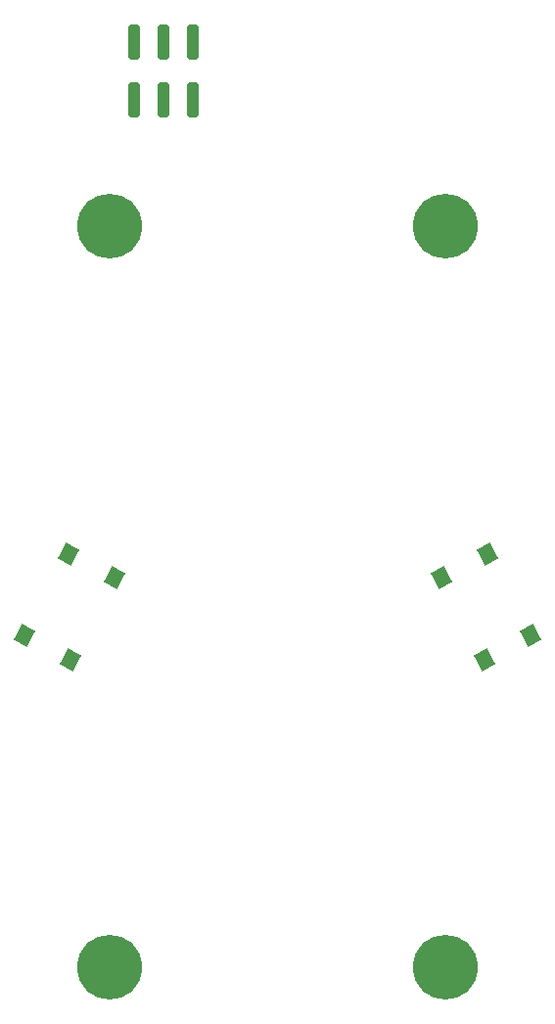
<source format=gbr>
%TF.GenerationSoftware,KiCad,Pcbnew,8.0.8*%
%TF.CreationDate,2025-01-21T23:36:11+01:00*%
%TF.ProjectId,mariposa,6d617269-706f-4736-912e-6b696361645f,2.0*%
%TF.SameCoordinates,Original*%
%TF.FileFunction,Paste,Top*%
%TF.FilePolarity,Positive*%
%FSLAX46Y46*%
G04 Gerber Fmt 4.6, Leading zero omitted, Abs format (unit mm)*
G04 Created by KiCad (PCBNEW 8.0.8) date 2025-01-21 23:36:11*
%MOMM*%
%LPD*%
G01*
G04 APERTURE LIST*
G04 Aperture macros list*
%AMRoundRect*
0 Rectangle with rounded corners*
0 $1 Rounding radius*
0 $2 $3 $4 $5 $6 $7 $8 $9 X,Y pos of 4 corners*
0 Add a 4 corners polygon primitive as box body*
4,1,4,$2,$3,$4,$5,$6,$7,$8,$9,$2,$3,0*
0 Add four circle primitives for the rounded corners*
1,1,$1+$1,$2,$3*
1,1,$1+$1,$4,$5*
1,1,$1+$1,$6,$7*
1,1,$1+$1,$8,$9*
0 Add four rect primitives between the rounded corners*
20,1,$1+$1,$2,$3,$4,$5,0*
20,1,$1+$1,$4,$5,$6,$7,0*
20,1,$1+$1,$6,$7,$8,$9,0*
20,1,$1+$1,$8,$9,$2,$3,0*%
%AMRotRect*
0 Rectangle, with rotation*
0 The origin of the aperture is its center*
0 $1 length*
0 $2 width*
0 $3 Rotation angle, in degrees counterclockwise*
0 Add horizontal line*
21,1,$1,$2,0,0,$3*%
G04 Aperture macros list end*
%ADD10C,5.600000*%
%ADD11RoundRect,0.250000X0.250000X-1.250000X0.250000X1.250000X-0.250000X1.250000X-0.250000X-1.250000X0*%
%ADD12RotRect,1.550000X1.300000X118.000000*%
%ADD13RotRect,1.550000X1.300000X62.000000*%
G04 APERTURE END LIST*
D10*
%TO.C,H2*%
X135500000Y-65925000D03*
%TD*%
D11*
%TO.C,J9*%
X137600000Y-49980000D03*
X137600000Y-55020000D03*
X140140000Y-49980000D03*
X140140000Y-55020000D03*
X142680000Y-49980000D03*
X142680000Y-55020000D03*
%TD*%
D10*
%TO.C,H4*%
X135500000Y-130000000D03*
%TD*%
D12*
%TO.C,SW3*%
X167881865Y-103370442D03*
X164144871Y-96342180D03*
X171855129Y-101257820D03*
X168118135Y-94229558D03*
%TD*%
D13*
%TO.C,SW1*%
X128144871Y-101257820D03*
X131881865Y-94229558D03*
X132118135Y-103370442D03*
X135855129Y-96342180D03*
%TD*%
D10*
%TO.C,H5*%
X164500000Y-130000000D03*
%TD*%
%TO.C,H3*%
X164500000Y-65925000D03*
%TD*%
M02*

</source>
